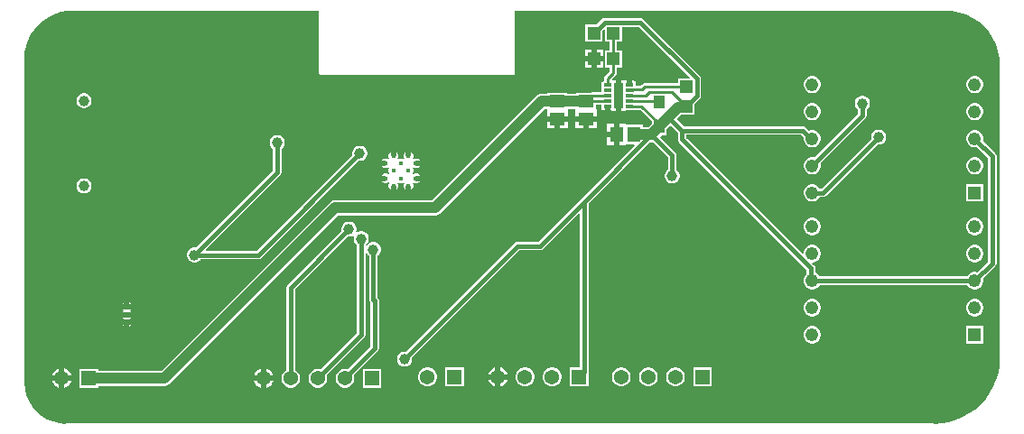
<source format=gbr>
G04*
G04 #@! TF.GenerationSoftware,Altium Limited,Altium Designer,24.7.2 (38)*
G04*
G04 Layer_Physical_Order=2*
G04 Layer_Color=16711680*
%FSLAX25Y25*%
%MOIN*%
G70*
G04*
G04 #@! TF.SameCoordinates,557B2C77-FFCE-42D9-A2FA-4134FEC932EB*
G04*
G04*
G04 #@! TF.FilePolarity,Positive*
G04*
G01*
G75*
%ADD23R,0.04724X0.04724*%
%ADD29R,0.04940X0.05733*%
%ADD30R,0.03937X0.04528*%
%ADD31R,0.05733X0.04940*%
G04:AMPARAMS|DCode=32|XSize=29.13mil|YSize=10.63mil|CornerRadius=0.37mil|HoleSize=0mil|Usage=FLASHONLY|Rotation=0.000|XOffset=0mil|YOffset=0mil|HoleType=Round|Shape=RoundedRectangle|*
%AMROUNDEDRECTD32*
21,1,0.02913,0.00989,0,0,0.0*
21,1,0.02839,0.01063,0,0,0.0*
1,1,0.00074,0.01420,-0.00494*
1,1,0.00074,-0.01420,-0.00494*
1,1,0.00074,-0.01420,0.00494*
1,1,0.00074,0.01420,0.00494*
%
%ADD32ROUNDEDRECTD32*%
%ADD36R,0.04724X0.04724*%
%ADD63R,0.03307X0.09449*%
%ADD65C,0.01500*%
%ADD66C,0.01000*%
%ADD68C,0.04000*%
%ADD69C,0.01575*%
%ADD70C,0.03937*%
%ADD71C,0.05394*%
%ADD72R,0.05394X0.05394*%
%ADD73R,0.04795X0.04795*%
%ADD74C,0.04795*%
%ADD75C,0.03543*%
G36*
X343000Y155810D02*
X343000Y155810D01*
X343349Y155808D01*
X345654Y155657D01*
X348262Y155139D01*
X350781Y154284D01*
X353166Y153108D01*
X355377Y151630D01*
X357377Y149876D01*
X359130Y147877D01*
X360608Y145666D01*
X361784Y143281D01*
X362638Y140762D01*
X363157Y138154D01*
X363308Y135849D01*
X363311Y135500D01*
X363311Y135500D01*
X363311Y135500D01*
Y27846D01*
X363311Y27845D01*
X363311Y27500D01*
X363306Y27152D01*
X363173Y24776D01*
X362716Y22087D01*
X361961Y19466D01*
X360917Y16945D01*
X359597Y14558D01*
X358019Y12333D01*
X356201Y10299D01*
X354167Y8481D01*
X351942Y6903D01*
X349555Y5583D01*
X347034Y4539D01*
X344413Y3784D01*
X341724Y3327D01*
X339083Y3179D01*
X339000Y3190D01*
X18500Y3190D01*
X18383Y3174D01*
X16101Y3354D01*
X13761Y3915D01*
X11538Y4836D01*
X9486Y6094D01*
X7656Y7656D01*
X6094Y9486D01*
X4836Y11538D01*
X3915Y13761D01*
X3354Y16101D01*
X3174Y18383D01*
X3190Y18500D01*
Y137667D01*
X3190Y138000D01*
X3190Y138000D01*
X3190Y138000D01*
X3190D01*
X3197Y138347D01*
X3326Y140327D01*
X3781Y142614D01*
X4531Y144822D01*
X5562Y146913D01*
X6858Y148852D01*
X8395Y150605D01*
X10148Y152142D01*
X12087Y153438D01*
X14178Y154469D01*
X16386Y155219D01*
X18673Y155674D01*
X20653Y155803D01*
X21000Y155810D01*
X21000Y155810D01*
X21000Y155810D01*
X111802D01*
Y132866D01*
X111864Y132554D01*
X112041Y132289D01*
X112306Y132113D01*
X112618Y132051D01*
X183484Y132051D01*
X183796Y132113D01*
X184061Y132289D01*
X184238Y132554D01*
X184300Y132866D01*
X184300Y155810D01*
X343000D01*
X343000Y155810D01*
D02*
G37*
%LPC*%
G36*
X216819Y141362D02*
X214457D01*
Y139000D01*
X216819D01*
Y141362D01*
D02*
G37*
G36*
X212457D02*
X210094D01*
Y139000D01*
X212457D01*
Y141362D01*
D02*
G37*
G36*
X216819Y137000D02*
X214457D01*
Y134638D01*
X216819D01*
Y137000D01*
D02*
G37*
G36*
X212457D02*
X210094D01*
Y134638D01*
X212457D01*
Y137000D01*
D02*
G37*
G36*
X230548Y152993D02*
X217369D01*
X216764Y152872D01*
X216251Y152530D01*
X214384Y150662D01*
X210295D01*
Y144338D01*
X216619D01*
Y148427D01*
X217058Y148866D01*
X217381Y148732D01*
Y144338D01*
X219218D01*
Y141162D01*
X217381D01*
Y134838D01*
X219218D01*
Y133374D01*
X217545Y131702D01*
X217258Y131272D01*
X217157Y130765D01*
Y129725D01*
X217063D01*
X216737Y129660D01*
X216460Y129475D01*
X216275Y129198D01*
X216210Y128872D01*
Y127883D01*
X216275Y127556D01*
X216384Y127393D01*
X216275Y127230D01*
X216210Y126903D01*
Y125914D01*
X216088Y125766D01*
X215306D01*
X214799Y125665D01*
X214621Y125546D01*
X212470D01*
X212342Y125521D01*
X206834D01*
Y125075D01*
X203666D01*
Y125521D01*
X196334D01*
Y125039D01*
X194215D01*
X193484Y124943D01*
X192803Y124661D01*
X192218Y124212D01*
X153830Y85824D01*
X118000D01*
X117269Y85728D01*
X116588Y85446D01*
X116003Y84997D01*
X53830Y22824D01*
X30497D01*
Y23497D01*
X23503D01*
Y16503D01*
X30497D01*
Y17176D01*
X55000D01*
X55731Y17272D01*
X56412Y17554D01*
X56997Y18003D01*
X119170Y80176D01*
X155000D01*
X155731Y80272D01*
X156412Y80554D01*
X156997Y81003D01*
X195385Y119391D01*
X195855D01*
X196133Y119219D01*
Y116749D01*
X200000D01*
X203867D01*
Y119219D01*
X204130Y119427D01*
X206370D01*
X206633Y119219D01*
Y116749D01*
X210500D01*
X214367D01*
Y119219D01*
X214166D01*
Y121146D01*
X215884D01*
X216006Y120998D01*
Y120009D01*
X216086Y119604D01*
X216315Y119261D01*
X216658Y119032D01*
X217063Y118951D01*
X217483D01*
Y120503D01*
X219483D01*
Y118951D01*
X219847D01*
Y118716D01*
X221500D01*
Y124440D01*
Y130165D01*
X220252D01*
X220107Y130515D01*
X221481Y131888D01*
X221768Y132318D01*
X221869Y132825D01*
Y134838D01*
X223706D01*
Y141162D01*
X221869D01*
Y144338D01*
X223706D01*
Y149832D01*
X229893D01*
X248696Y131029D01*
X248562Y130705D01*
X244338D01*
Y128869D01*
X232043D01*
X231536Y128768D01*
X231106Y128481D01*
X230497Y127871D01*
X229004D01*
X228994Y127883D01*
Y128872D01*
X228914Y129276D01*
X228685Y129619D01*
X228342Y129849D01*
X227937Y129929D01*
X227517D01*
Y128377D01*
X225517D01*
Y129929D01*
X225153D01*
Y130165D01*
X223500D01*
Y124440D01*
Y118716D01*
X225153D01*
Y119155D01*
X227937D01*
X228049Y119178D01*
X230428D01*
X234732Y114874D01*
Y114100D01*
X233456Y112824D01*
X231521D01*
Y113666D01*
X225219D01*
Y113866D01*
X222749D01*
Y110000D01*
Y106133D01*
X225219D01*
Y106333D01*
X228267D01*
X228401Y106010D01*
X208696Y86304D01*
X192752Y70361D01*
X185281D01*
X184676Y70241D01*
X184163Y69898D01*
X143998Y29733D01*
X143865Y29768D01*
X143135D01*
X142431Y29580D01*
X141800Y29215D01*
X141285Y28700D01*
X140920Y28069D01*
X140732Y27365D01*
Y26636D01*
X140920Y25931D01*
X141285Y25300D01*
X141800Y24785D01*
X142431Y24420D01*
X143135Y24231D01*
X143865D01*
X144569Y24420D01*
X145200Y24785D01*
X145715Y25300D01*
X146080Y25931D01*
X146268Y26636D01*
Y27365D01*
X146233Y27498D01*
X185936Y67201D01*
X193407D01*
X194012Y67321D01*
X194525Y67664D01*
X207909Y81048D01*
X208233Y80914D01*
Y23997D01*
X204503D01*
Y17003D01*
X211497D01*
Y23997D01*
X211393D01*
Y84532D01*
X234037Y107176D01*
X234626D01*
X235147Y107244D01*
X240675Y101716D01*
Y96951D01*
X240555Y96882D01*
X240040Y96366D01*
X239675Y95735D01*
X239487Y95031D01*
Y94302D01*
X239675Y93598D01*
X240040Y92967D01*
X240555Y92451D01*
X241186Y92087D01*
X241891Y91898D01*
X242619D01*
X243324Y92087D01*
X243955Y92451D01*
X244470Y92967D01*
X244835Y93598D01*
X245023Y94302D01*
Y95031D01*
X244835Y95735D01*
X244470Y96366D01*
X243955Y96882D01*
X243835Y96951D01*
Y102371D01*
X243715Y102976D01*
X243373Y103489D01*
X237740Y109121D01*
X238430Y109810D01*
X240268D01*
Y111881D01*
X241826Y113439D01*
X244420Y110845D01*
Y108196D01*
X244540Y107591D01*
X244882Y107078D01*
X291968Y59993D01*
Y58490D01*
X291441Y57963D01*
X291020Y57234D01*
X290802Y56421D01*
Y55579D01*
X291020Y54766D01*
X291441Y54037D01*
X292037Y53441D01*
X292766Y53020D01*
X293579Y52802D01*
X294421D01*
X295234Y53020D01*
X295963Y53441D01*
X296559Y54037D01*
X296780Y54420D01*
X351220D01*
X351441Y54037D01*
X352037Y53441D01*
X352766Y53020D01*
X353579Y52802D01*
X354421D01*
X355234Y53020D01*
X355963Y53441D01*
X356559Y54037D01*
X356980Y54766D01*
X357198Y55579D01*
Y56421D01*
X357083Y56848D01*
X361617Y61383D01*
X361960Y61895D01*
X362080Y62500D01*
Y102000D01*
X361960Y102605D01*
X361617Y103118D01*
X357083Y107652D01*
X357198Y108079D01*
Y108921D01*
X356980Y109734D01*
X356559Y110463D01*
X355963Y111059D01*
X355234Y111480D01*
X354421Y111698D01*
X353579D01*
X352766Y111480D01*
X352037Y111059D01*
X351441Y110463D01*
X351020Y109734D01*
X350802Y108921D01*
Y108079D01*
X351020Y107266D01*
X351441Y106537D01*
X352037Y105941D01*
X352766Y105520D01*
X353579Y105302D01*
X354421D01*
X354848Y105417D01*
X358920Y101345D01*
Y63155D01*
X354848Y59083D01*
X354421Y59198D01*
X353579D01*
X352766Y58980D01*
X352037Y58559D01*
X351441Y57963D01*
X351220Y57580D01*
X296780D01*
X296559Y57963D01*
X295963Y58559D01*
X295234Y58980D01*
X295129Y59008D01*
Y60648D01*
X295008Y61252D01*
X294666Y61765D01*
X293952Y62479D01*
X294086Y62802D01*
X294421D01*
X295234Y63020D01*
X295963Y63441D01*
X296559Y64037D01*
X296980Y64766D01*
X297198Y65579D01*
Y66421D01*
X296980Y67234D01*
X296559Y67963D01*
X295963Y68559D01*
X295234Y68980D01*
X294421Y69198D01*
X293579D01*
X292766Y68980D01*
X292037Y68559D01*
X291441Y67963D01*
X291020Y67234D01*
X290802Y66421D01*
Y66086D01*
X290479Y65952D01*
X247580Y108851D01*
Y109920D01*
X289773D01*
X290802Y108890D01*
Y108079D01*
X291020Y107266D01*
X291441Y106537D01*
X292037Y105941D01*
X292766Y105520D01*
X293579Y105302D01*
X294421D01*
X295234Y105520D01*
X295963Y105941D01*
X296559Y106537D01*
X296980Y107266D01*
X297198Y108079D01*
Y108921D01*
X296980Y109734D01*
X296559Y110463D01*
X295963Y111059D01*
X295234Y111480D01*
X294421Y111698D01*
X293579D01*
X292766Y111480D01*
X292713Y111449D01*
X291545Y112618D01*
X291032Y112960D01*
X290427Y113080D01*
X246655D01*
X244061Y115674D01*
X245658Y117270D01*
X247138D01*
X247321Y117295D01*
X250662D01*
Y121384D01*
X252530Y123251D01*
X252872Y123764D01*
X252993Y124369D01*
Y130548D01*
X252872Y131152D01*
X252530Y131665D01*
X231665Y152530D01*
X231152Y152872D01*
X230548Y152993D01*
D02*
G37*
G36*
X354421Y131698D02*
X353579D01*
X352766Y131480D01*
X352037Y131059D01*
X351441Y130463D01*
X351020Y129734D01*
X350802Y128921D01*
Y128079D01*
X351020Y127266D01*
X351441Y126537D01*
X352037Y125941D01*
X352766Y125520D01*
X353579Y125302D01*
X354421D01*
X355234Y125520D01*
X355963Y125941D01*
X356559Y126537D01*
X356980Y127266D01*
X357198Y128079D01*
Y128921D01*
X356980Y129734D01*
X356559Y130463D01*
X355963Y131059D01*
X355234Y131480D01*
X354421Y131698D01*
D02*
G37*
G36*
X294421D02*
X293579D01*
X292766Y131480D01*
X292037Y131059D01*
X291441Y130463D01*
X291020Y129734D01*
X290802Y128921D01*
Y128079D01*
X291020Y127266D01*
X291441Y126537D01*
X292037Y125941D01*
X292766Y125520D01*
X293579Y125302D01*
X294421D01*
X295234Y125520D01*
X295963Y125941D01*
X296559Y126537D01*
X296980Y127266D01*
X297198Y128079D01*
Y128921D01*
X296980Y129734D01*
X296559Y130463D01*
X295963Y131059D01*
X295234Y131480D01*
X294421Y131698D01*
D02*
G37*
G36*
X25569Y125257D02*
X24840D01*
X24136Y125068D01*
X23505Y124704D01*
X22989Y124188D01*
X22625Y123557D01*
X22436Y122853D01*
Y122124D01*
X22625Y121420D01*
X22989Y120788D01*
X23505Y120273D01*
X24136Y119908D01*
X24840Y119720D01*
X25569D01*
X26273Y119908D01*
X26905Y120273D01*
X27420Y120788D01*
X27785Y121420D01*
X27973Y122124D01*
Y122853D01*
X27785Y123557D01*
X27420Y124188D01*
X26905Y124704D01*
X26273Y125068D01*
X25569Y125257D01*
D02*
G37*
G36*
X354421Y121698D02*
X353579D01*
X352766Y121480D01*
X352037Y121059D01*
X351441Y120463D01*
X351020Y119734D01*
X350802Y118921D01*
Y118079D01*
X351020Y117266D01*
X351441Y116537D01*
X352037Y115941D01*
X352766Y115520D01*
X353579Y115302D01*
X354421D01*
X355234Y115520D01*
X355963Y115941D01*
X356559Y116537D01*
X356980Y117266D01*
X357198Y118079D01*
Y118921D01*
X356980Y119734D01*
X356559Y120463D01*
X355963Y121059D01*
X355234Y121480D01*
X354421Y121698D01*
D02*
G37*
G36*
X294421D02*
X293579D01*
X292766Y121480D01*
X292037Y121059D01*
X291441Y120463D01*
X291020Y119734D01*
X290802Y118921D01*
Y118079D01*
X291020Y117266D01*
X291441Y116537D01*
X292037Y115941D01*
X292766Y115520D01*
X293579Y115302D01*
X294421D01*
X295234Y115520D01*
X295963Y115941D01*
X296559Y116537D01*
X296980Y117266D01*
X297198Y118079D01*
Y118921D01*
X296980Y119734D01*
X296559Y120463D01*
X295963Y121059D01*
X295234Y121480D01*
X294421Y121698D01*
D02*
G37*
G36*
X214367Y114749D02*
X211500D01*
Y112279D01*
X214367D01*
Y114749D01*
D02*
G37*
G36*
X209500D02*
X206633D01*
Y112279D01*
X209500D01*
Y114749D01*
D02*
G37*
G36*
X203867D02*
X201000D01*
Y112279D01*
X203867D01*
Y114749D01*
D02*
G37*
G36*
X199000D02*
X196133D01*
Y112279D01*
X199000D01*
Y114749D01*
D02*
G37*
G36*
X220749Y113866D02*
X218279D01*
Y111000D01*
X220749D01*
Y113866D01*
D02*
G37*
G36*
X318864Y111768D02*
X318135D01*
X317431Y111580D01*
X316800Y111215D01*
X316285Y110700D01*
X315920Y110069D01*
X315732Y109364D01*
Y108635D01*
X315767Y108502D01*
X297345Y90080D01*
X296780D01*
X296559Y90463D01*
X295963Y91059D01*
X295234Y91480D01*
X294421Y91698D01*
X293579D01*
X292766Y91480D01*
X292037Y91059D01*
X291441Y90463D01*
X291020Y89734D01*
X290802Y88921D01*
Y88079D01*
X291020Y87266D01*
X291441Y86537D01*
X292037Y85941D01*
X292766Y85520D01*
X293579Y85302D01*
X294421D01*
X295234Y85520D01*
X295963Y85941D01*
X296559Y86537D01*
X296780Y86920D01*
X298000D01*
X298605Y87040D01*
X299117Y87383D01*
X318002Y106267D01*
X318135Y106231D01*
X318864D01*
X319569Y106420D01*
X320200Y106785D01*
X320715Y107300D01*
X321080Y107931D01*
X321269Y108635D01*
Y109364D01*
X321080Y110069D01*
X320715Y110700D01*
X320200Y111215D01*
X319569Y111580D01*
X318864Y111768D01*
D02*
G37*
G36*
X220749Y109000D02*
X218279D01*
Y106133D01*
X220749D01*
Y109000D01*
D02*
G37*
G36*
X140390Y103639D02*
Y102118D01*
X138390D01*
Y103639D01*
X138377Y103633D01*
X137874Y103131D01*
X137602Y102474D01*
Y101763D01*
X137861Y101139D01*
X137749Y101003D01*
X137613Y100891D01*
X136989Y101150D01*
X136278D01*
X135621Y100877D01*
X135119Y100375D01*
X135113Y100362D01*
X136634D01*
Y98362D01*
X135113D01*
X135119Y98350D01*
X135621Y97847D01*
X136278Y97575D01*
X136989D01*
X137613Y97833D01*
X137749Y97722D01*
X137861Y97586D01*
X137602Y96962D01*
Y96251D01*
X137861Y95627D01*
X137749Y95491D01*
X137613Y95379D01*
X136989Y95638D01*
X136278D01*
X135621Y95366D01*
X135119Y94863D01*
X135113Y94850D01*
X136634D01*
Y92850D01*
X135113D01*
X135119Y92838D01*
X135621Y92335D01*
X136278Y92063D01*
X136989D01*
X137613Y92321D01*
X137749Y92210D01*
X137861Y92074D01*
X137602Y91450D01*
Y90739D01*
X137874Y90082D01*
X138377Y89579D01*
X138390Y89574D01*
Y91094D01*
X140390D01*
Y89574D01*
X140402Y89579D01*
X140905Y90082D01*
X141177Y90739D01*
Y91450D01*
X140919Y92074D01*
X141030Y92210D01*
X141166Y92321D01*
X141790Y92063D01*
X142501D01*
X143125Y92321D01*
X143261Y92210D01*
X143373Y92074D01*
X143114Y91450D01*
Y90739D01*
X143386Y90082D01*
X143889Y89579D01*
X143902Y89574D01*
Y91094D01*
X145902D01*
Y89574D01*
X145914Y89579D01*
X146417Y90082D01*
X146689Y90739D01*
Y91450D01*
X146431Y92074D01*
X146542Y92210D01*
X146678Y92321D01*
X147302Y92063D01*
X148013D01*
X148670Y92335D01*
X149173Y92838D01*
X149178Y92850D01*
X147658D01*
Y94850D01*
X149178D01*
X149173Y94863D01*
X148670Y95366D01*
X148013Y95638D01*
X147302D01*
X146678Y95379D01*
X146542Y95491D01*
X146431Y95627D01*
X146689Y96251D01*
Y96962D01*
X146431Y97586D01*
X146542Y97722D01*
X146678Y97833D01*
X147302Y97575D01*
X148013D01*
X148670Y97847D01*
X149173Y98350D01*
X149178Y98362D01*
X147658D01*
Y100362D01*
X149178D01*
X149173Y100375D01*
X148670Y100877D01*
X148013Y101150D01*
X147302D01*
X146678Y100891D01*
X146542Y101003D01*
X146431Y101139D01*
X146689Y101763D01*
Y102474D01*
X146417Y103131D01*
X145914Y103633D01*
X145902Y103639D01*
Y102118D01*
X143902D01*
Y103639D01*
X143889Y103633D01*
X143386Y103131D01*
X143114Y102474D01*
Y101763D01*
X143373Y101139D01*
X143261Y101003D01*
X143125Y100891D01*
X142501Y101150D01*
X141790D01*
X141166Y100891D01*
X141030Y101003D01*
X140919Y101139D01*
X141177Y101763D01*
Y102474D01*
X140905Y103131D01*
X140402Y103633D01*
X140390Y103639D01*
D02*
G37*
G36*
X312864Y124268D02*
X312136D01*
X311431Y124080D01*
X310800Y123715D01*
X310285Y123200D01*
X309920Y122569D01*
X309732Y121864D01*
Y121135D01*
X309920Y120431D01*
X310285Y119800D01*
X310800Y119285D01*
X310920Y119216D01*
Y117655D01*
X294848Y101583D01*
X294421Y101698D01*
X293579D01*
X292766Y101480D01*
X292037Y101059D01*
X291441Y100463D01*
X291020Y99734D01*
X290802Y98921D01*
Y98079D01*
X291020Y97266D01*
X291441Y96537D01*
X292037Y95941D01*
X292766Y95520D01*
X293579Y95302D01*
X294421D01*
X295234Y95520D01*
X295963Y95941D01*
X296559Y96537D01*
X296980Y97266D01*
X297198Y98079D01*
Y98921D01*
X297083Y99348D01*
X313617Y115883D01*
X313960Y116395D01*
X314080Y117000D01*
Y119216D01*
X314200Y119285D01*
X314715Y119800D01*
X315080Y120431D01*
X315268Y121135D01*
Y121864D01*
X315080Y122569D01*
X314715Y123200D01*
X314200Y123715D01*
X313569Y124080D01*
X312864Y124268D01*
D02*
G37*
G36*
X96864Y109768D02*
X96135D01*
X95431Y109580D01*
X94800Y109215D01*
X94285Y108700D01*
X93920Y108069D01*
X93731Y107364D01*
Y106635D01*
X93920Y105931D01*
X94285Y105300D01*
X94800Y104785D01*
X94920Y104716D01*
Y96655D01*
X66498Y68233D01*
X66365Y68269D01*
X65636D01*
X64931Y68080D01*
X64300Y67715D01*
X63785Y67200D01*
X63420Y66569D01*
X63231Y65864D01*
Y65136D01*
X63420Y64431D01*
X63785Y63800D01*
X64300Y63285D01*
X64931Y62920D01*
X65636Y62731D01*
X66365D01*
X67069Y62920D01*
X67700Y63285D01*
X68215Y63800D01*
X68284Y63920D01*
X89500D01*
X90105Y64040D01*
X90618Y64382D01*
X126502Y100267D01*
X126636Y100232D01*
X127365D01*
X128069Y100420D01*
X128700Y100785D01*
X129215Y101300D01*
X129580Y101931D01*
X129769Y102636D01*
Y103365D01*
X129580Y104069D01*
X129215Y104700D01*
X128700Y105215D01*
X128069Y105580D01*
X127365Y105769D01*
X126636D01*
X125931Y105580D01*
X125300Y105215D01*
X124785Y104700D01*
X124420Y104069D01*
X124232Y103365D01*
Y102636D01*
X124267Y102502D01*
X88845Y67080D01*
X70273D01*
X70139Y67404D01*
X97618Y94883D01*
X97960Y95395D01*
X98080Y96000D01*
Y104716D01*
X98200Y104785D01*
X98715Y105300D01*
X99080Y105931D01*
X99269Y106635D01*
Y107364D01*
X99080Y108069D01*
X98715Y108700D01*
X98200Y109215D01*
X97569Y109580D01*
X96864Y109768D01*
D02*
G37*
G36*
X354421Y101698D02*
X353579D01*
X352766Y101480D01*
X352037Y101059D01*
X351441Y100463D01*
X351020Y99734D01*
X350802Y98921D01*
Y98079D01*
X351020Y97266D01*
X351441Y96537D01*
X352037Y95941D01*
X352766Y95520D01*
X353579Y95302D01*
X354421D01*
X355234Y95520D01*
X355963Y95941D01*
X356559Y96537D01*
X356980Y97266D01*
X357198Y98079D01*
Y98921D01*
X356980Y99734D01*
X356559Y100463D01*
X355963Y101059D01*
X355234Y101480D01*
X354421Y101698D01*
D02*
G37*
G36*
X25569Y93761D02*
X24840D01*
X24136Y93572D01*
X23505Y93208D01*
X22989Y92692D01*
X22625Y92061D01*
X22436Y91357D01*
Y90628D01*
X22625Y89924D01*
X22989Y89292D01*
X23505Y88777D01*
X24136Y88412D01*
X24840Y88224D01*
X25569D01*
X26273Y88412D01*
X26905Y88777D01*
X27420Y89292D01*
X27785Y89924D01*
X27973Y90628D01*
Y91357D01*
X27785Y92061D01*
X27420Y92692D01*
X26905Y93208D01*
X26273Y93572D01*
X25569Y93761D01*
D02*
G37*
G36*
X357198Y91698D02*
X350802D01*
Y85302D01*
X357198D01*
Y91698D01*
D02*
G37*
G36*
X354421Y79198D02*
X353579D01*
X352766Y78980D01*
X352037Y78559D01*
X351441Y77963D01*
X351020Y77234D01*
X350802Y76421D01*
Y75579D01*
X351020Y74766D01*
X351441Y74037D01*
X352037Y73441D01*
X352766Y73020D01*
X353579Y72802D01*
X354421D01*
X355234Y73020D01*
X355963Y73441D01*
X356559Y74037D01*
X356980Y74766D01*
X357198Y75579D01*
Y76421D01*
X356980Y77234D01*
X356559Y77963D01*
X355963Y78559D01*
X355234Y78980D01*
X354421Y79198D01*
D02*
G37*
G36*
X294421D02*
X293579D01*
X292766Y78980D01*
X292037Y78559D01*
X291441Y77963D01*
X291020Y77234D01*
X290802Y76421D01*
Y75579D01*
X291020Y74766D01*
X291441Y74037D01*
X292037Y73441D01*
X292766Y73020D01*
X293579Y72802D01*
X294421D01*
X295234Y73020D01*
X295963Y73441D01*
X296559Y74037D01*
X296980Y74766D01*
X297198Y75579D01*
Y76421D01*
X296980Y77234D01*
X296559Y77963D01*
X295963Y78559D01*
X295234Y78980D01*
X294421Y79198D01*
D02*
G37*
G36*
X354421Y69198D02*
X353579D01*
X352766Y68980D01*
X352037Y68559D01*
X351441Y67963D01*
X351020Y67234D01*
X350802Y66421D01*
Y65579D01*
X351020Y64766D01*
X351441Y64037D01*
X352037Y63441D01*
X352766Y63020D01*
X353579Y62802D01*
X354421D01*
X355234Y63020D01*
X355963Y63441D01*
X356559Y64037D01*
X356980Y64766D01*
X357198Y65579D01*
Y66421D01*
X356980Y67234D01*
X356559Y67963D01*
X355963Y68559D01*
X355234Y68980D01*
X354421Y69198D01*
D02*
G37*
G36*
X42000Y47961D02*
Y47440D01*
X42520D01*
X42515Y47453D01*
X42013Y47956D01*
X42000Y47961D01*
D02*
G37*
G36*
X40000D02*
X39987Y47956D01*
X39485Y47453D01*
X39480Y47440D01*
X40000D01*
Y47961D01*
D02*
G37*
G36*
X42520Y45440D02*
X39480D01*
X39485Y45428D01*
X39942Y44970D01*
X39485Y44513D01*
X39480Y44500D01*
X42520D01*
X42515Y44513D01*
X42058Y44970D01*
X42515Y45428D01*
X42520Y45440D01*
D02*
G37*
G36*
X354421Y49198D02*
X353579D01*
X352766Y48980D01*
X352037Y48559D01*
X351441Y47963D01*
X351020Y47234D01*
X350802Y46421D01*
Y45579D01*
X351020Y44766D01*
X351441Y44037D01*
X352037Y43441D01*
X352766Y43020D01*
X353579Y42802D01*
X354421D01*
X355234Y43020D01*
X355963Y43441D01*
X356559Y44037D01*
X356980Y44766D01*
X357198Y45579D01*
Y46421D01*
X356980Y47234D01*
X356559Y47963D01*
X355963Y48559D01*
X355234Y48980D01*
X354421Y49198D01*
D02*
G37*
G36*
X294421D02*
X293579D01*
X292766Y48980D01*
X292037Y48559D01*
X291441Y47963D01*
X291020Y47234D01*
X290802Y46421D01*
Y45579D01*
X291020Y44766D01*
X291441Y44037D01*
X292037Y43441D01*
X292766Y43020D01*
X293579Y42802D01*
X294421D01*
X295234Y43020D01*
X295963Y43441D01*
X296559Y44037D01*
X296980Y44766D01*
X297198Y45579D01*
Y46421D01*
X296980Y47234D01*
X296559Y47963D01*
X295963Y48559D01*
X295234Y48980D01*
X294421Y49198D01*
D02*
G37*
G36*
X42520Y42500D02*
X39480D01*
X39485Y42487D01*
X39942Y42030D01*
X39485Y41572D01*
X39480Y41560D01*
X42520D01*
X42515Y41572D01*
X42058Y42030D01*
X42515Y42487D01*
X42520Y42500D01*
D02*
G37*
G36*
Y39560D02*
X42000D01*
Y39039D01*
X42013Y39044D01*
X42515Y39547D01*
X42520Y39560D01*
D02*
G37*
G36*
X40000D02*
X39480D01*
X39485Y39547D01*
X39987Y39044D01*
X40000Y39039D01*
Y39560D01*
D02*
G37*
G36*
X357198Y39198D02*
X350802D01*
Y32802D01*
X357198D01*
Y39198D01*
D02*
G37*
G36*
X294421D02*
X293579D01*
X292766Y38980D01*
X292037Y38559D01*
X291441Y37963D01*
X291020Y37234D01*
X290802Y36421D01*
Y35579D01*
X291020Y34766D01*
X291441Y34037D01*
X292037Y33441D01*
X292766Y33020D01*
X293579Y32802D01*
X294421D01*
X295234Y33020D01*
X295963Y33441D01*
X296559Y34037D01*
X296980Y34766D01*
X297198Y35579D01*
Y36421D01*
X296980Y37234D01*
X296559Y37963D01*
X295963Y38559D01*
X295234Y38980D01*
X294421Y39198D01*
D02*
G37*
G36*
X123364Y77768D02*
X122635D01*
X121931Y77580D01*
X121300Y77215D01*
X120785Y76700D01*
X120420Y76069D01*
X120231Y75365D01*
Y74635D01*
X120267Y74502D01*
X100382Y54618D01*
X100040Y54105D01*
X99920Y53500D01*
Y23125D01*
X99353Y22798D01*
X98702Y22147D01*
X98242Y21350D01*
X98003Y20460D01*
Y19540D01*
X98242Y18650D01*
X98702Y17853D01*
X99353Y17202D01*
X100150Y16741D01*
X101040Y16503D01*
X101960D01*
X102850Y16741D01*
X103647Y17202D01*
X104298Y17853D01*
X104759Y18650D01*
X104997Y19540D01*
Y20460D01*
X104759Y21350D01*
X104298Y22147D01*
X103647Y22798D01*
X103080Y23125D01*
Y52845D01*
X122502Y72267D01*
X122635Y72232D01*
X123364D01*
X124069Y72420D01*
X124616Y72736D01*
X124787Y72642D01*
X124888Y72545D01*
X124907Y72521D01*
X124732Y71864D01*
Y71135D01*
X124920Y70431D01*
X125285Y69800D01*
X125800Y69285D01*
X125920Y69216D01*
Y36655D01*
X112592Y23327D01*
X111960Y23497D01*
X111040D01*
X110150Y23258D01*
X109353Y22798D01*
X108702Y22147D01*
X108241Y21350D01*
X108003Y20460D01*
Y19540D01*
X108241Y18650D01*
X108702Y17853D01*
X109353Y17202D01*
X110150Y16741D01*
X111040Y16503D01*
X111960D01*
X112850Y16741D01*
X113647Y17202D01*
X114298Y17853D01*
X114759Y18650D01*
X114997Y19540D01*
Y20460D01*
X114828Y21092D01*
X128618Y34883D01*
X128960Y35395D01*
X129080Y36000D01*
Y66347D01*
X129420Y66431D01*
X129785Y65800D01*
X130300Y65285D01*
X130420Y65216D01*
Y49170D01*
X130540Y48566D01*
X130883Y48053D01*
X130920Y48016D01*
Y31655D01*
X122592Y23327D01*
X121960Y23497D01*
X121040D01*
X120150Y23258D01*
X119353Y22798D01*
X118702Y22147D01*
X118242Y21350D01*
X118003Y20460D01*
Y19540D01*
X118242Y18650D01*
X118702Y17853D01*
X119353Y17202D01*
X120150Y16741D01*
X121040Y16503D01*
X121960D01*
X122850Y16741D01*
X123647Y17202D01*
X124298Y17853D01*
X124759Y18650D01*
X124997Y19540D01*
Y20460D01*
X124828Y21092D01*
X133617Y29882D01*
X133960Y30395D01*
X134080Y31000D01*
Y48670D01*
X133960Y49275D01*
X133617Y49788D01*
X133580Y49825D01*
Y65216D01*
X133700Y65285D01*
X134215Y65800D01*
X134580Y66431D01*
X134768Y67136D01*
Y67865D01*
X134580Y68569D01*
X134215Y69200D01*
X133700Y69715D01*
X133069Y70080D01*
X132364Y70268D01*
X131635D01*
X130931Y70080D01*
X130300Y69715D01*
X129785Y69200D01*
X129420Y68569D01*
X129080Y68653D01*
Y69216D01*
X129200Y69285D01*
X129715Y69800D01*
X130080Y70431D01*
X130269Y71135D01*
Y71864D01*
X130080Y72569D01*
X129715Y73200D01*
X129200Y73715D01*
X128569Y74080D01*
X127865Y74269D01*
X127136D01*
X126431Y74080D01*
X125884Y73764D01*
X125713Y73858D01*
X125612Y73954D01*
X125593Y73979D01*
X125768Y74635D01*
Y75365D01*
X125580Y76069D01*
X125215Y76700D01*
X124700Y77215D01*
X124069Y77580D01*
X123364Y77768D01*
D02*
G37*
G36*
X179000Y24059D02*
Y21500D01*
X181559D01*
X181445Y21927D01*
X180958Y22770D01*
X180270Y23458D01*
X179427Y23945D01*
X179000Y24059D01*
D02*
G37*
G36*
X177000D02*
X176573Y23945D01*
X175730Y23458D01*
X175042Y22770D01*
X174555Y21927D01*
X174441Y21500D01*
X177000D01*
Y24059D01*
D02*
G37*
G36*
X92500Y23559D02*
Y21000D01*
X95059D01*
X94945Y21427D01*
X94458Y22270D01*
X93770Y22958D01*
X92927Y23445D01*
X92500Y23559D01*
D02*
G37*
G36*
X90500D02*
X90073Y23445D01*
X89230Y22958D01*
X88542Y22270D01*
X88055Y21427D01*
X87941Y21000D01*
X90500D01*
Y23559D01*
D02*
G37*
G36*
X18000D02*
Y21000D01*
X20559D01*
X20445Y21427D01*
X19958Y22270D01*
X19270Y22958D01*
X18427Y23445D01*
X18000Y23559D01*
D02*
G37*
G36*
X16000D02*
X15573Y23445D01*
X14730Y22958D01*
X14042Y22270D01*
X13555Y21427D01*
X13441Y21000D01*
X16000D01*
Y23559D01*
D02*
G37*
G36*
X256997Y23997D02*
X250003D01*
Y17003D01*
X256997D01*
Y23997D01*
D02*
G37*
G36*
X243960D02*
X243040D01*
X242150Y23758D01*
X241353Y23298D01*
X240702Y22647D01*
X240242Y21850D01*
X240003Y20960D01*
Y20040D01*
X240242Y19150D01*
X240702Y18353D01*
X241353Y17702D01*
X242150Y17242D01*
X243040Y17003D01*
X243960D01*
X244850Y17242D01*
X245647Y17702D01*
X246298Y18353D01*
X246759Y19150D01*
X246997Y20040D01*
Y20960D01*
X246759Y21850D01*
X246298Y22647D01*
X245647Y23298D01*
X244850Y23758D01*
X243960Y23997D01*
D02*
G37*
G36*
X233960D02*
X233040D01*
X232150Y23758D01*
X231353Y23298D01*
X230702Y22647D01*
X230241Y21850D01*
X230003Y20960D01*
Y20040D01*
X230241Y19150D01*
X230702Y18353D01*
X231353Y17702D01*
X232150Y17242D01*
X233040Y17003D01*
X233960D01*
X234850Y17242D01*
X235647Y17702D01*
X236298Y18353D01*
X236758Y19150D01*
X236997Y20040D01*
Y20960D01*
X236758Y21850D01*
X236298Y22647D01*
X235647Y23298D01*
X234850Y23758D01*
X233960Y23997D01*
D02*
G37*
G36*
X223960D02*
X223040D01*
X222150Y23758D01*
X221353Y23298D01*
X220702Y22647D01*
X220241Y21850D01*
X220003Y20960D01*
Y20040D01*
X220241Y19150D01*
X220702Y18353D01*
X221353Y17702D01*
X222150Y17242D01*
X223040Y17003D01*
X223960D01*
X224850Y17242D01*
X225647Y17702D01*
X226298Y18353D01*
X226759Y19150D01*
X226997Y20040D01*
Y20960D01*
X226759Y21850D01*
X226298Y22647D01*
X225647Y23298D01*
X224850Y23758D01*
X223960Y23997D01*
D02*
G37*
G36*
X198460D02*
X197540D01*
X196650Y23758D01*
X195853Y23298D01*
X195202Y22647D01*
X194741Y21850D01*
X194503Y20960D01*
Y20040D01*
X194741Y19150D01*
X195202Y18353D01*
X195853Y17702D01*
X196650Y17242D01*
X197540Y17003D01*
X198460D01*
X199350Y17242D01*
X200147Y17702D01*
X200798Y18353D01*
X201258Y19150D01*
X201497Y20040D01*
Y20960D01*
X201258Y21850D01*
X200798Y22647D01*
X200147Y23298D01*
X199350Y23758D01*
X198460Y23997D01*
D02*
G37*
G36*
X188460D02*
X187540D01*
X186650Y23758D01*
X185853Y23298D01*
X185202Y22647D01*
X184741Y21850D01*
X184503Y20960D01*
Y20040D01*
X184741Y19150D01*
X185202Y18353D01*
X185853Y17702D01*
X186650Y17242D01*
X187540Y17003D01*
X188460D01*
X189350Y17242D01*
X190147Y17702D01*
X190798Y18353D01*
X191259Y19150D01*
X191497Y20040D01*
Y20960D01*
X191259Y21850D01*
X190798Y22647D01*
X190147Y23298D01*
X189350Y23758D01*
X188460Y23997D01*
D02*
G37*
G36*
X165497D02*
X158503D01*
Y17003D01*
X165497D01*
Y23997D01*
D02*
G37*
G36*
X152460D02*
X151540D01*
X150650Y23758D01*
X149853Y23298D01*
X149202Y22647D01*
X148741Y21850D01*
X148503Y20960D01*
Y20040D01*
X148741Y19150D01*
X149202Y18353D01*
X149853Y17702D01*
X150650Y17242D01*
X151540Y17003D01*
X152460D01*
X153350Y17242D01*
X154147Y17702D01*
X154798Y18353D01*
X155259Y19150D01*
X155497Y20040D01*
Y20960D01*
X155259Y21850D01*
X154798Y22647D01*
X154147Y23298D01*
X153350Y23758D01*
X152460Y23997D01*
D02*
G37*
G36*
X181559Y19500D02*
X179000D01*
Y16941D01*
X179427Y17055D01*
X180270Y17542D01*
X180958Y18230D01*
X181445Y19073D01*
X181559Y19500D01*
D02*
G37*
G36*
X177000D02*
X174441D01*
X174555Y19073D01*
X175042Y18230D01*
X175730Y17542D01*
X176573Y17055D01*
X177000Y16941D01*
Y19500D01*
D02*
G37*
G36*
X134997Y23497D02*
X128003D01*
Y16503D01*
X134997D01*
Y23497D01*
D02*
G37*
G36*
X95059Y19000D02*
X92500D01*
Y16441D01*
X92927Y16555D01*
X93770Y17042D01*
X94458Y17730D01*
X94945Y18573D01*
X95059Y19000D01*
D02*
G37*
G36*
X90500D02*
X87941D01*
X88055Y18573D01*
X88542Y17730D01*
X89230Y17042D01*
X90073Y16555D01*
X90500Y16441D01*
Y19000D01*
D02*
G37*
G36*
X20559D02*
X18000D01*
Y16441D01*
X18427Y16555D01*
X19270Y17042D01*
X19958Y17730D01*
X20445Y18573D01*
X20559Y19000D01*
D02*
G37*
G36*
X16000D02*
X13441D01*
X13555Y18573D01*
X14042Y17730D01*
X14730Y17042D01*
X15573Y16555D01*
X16000Y16441D01*
Y19000D01*
D02*
G37*
%LPD*%
D23*
X247500Y127543D02*
D03*
Y120457D02*
D03*
D29*
X221749Y110000D02*
D03*
X228251D02*
D03*
D30*
X237500Y122126D02*
D03*
Y112874D02*
D03*
D31*
X210500Y115749D02*
D03*
Y122251D02*
D03*
X200000Y115749D02*
D03*
Y122251D02*
D03*
D32*
X218483Y120503D02*
D03*
Y122472D02*
D03*
Y124440D02*
D03*
Y126409D02*
D03*
Y128377D02*
D03*
X226517D02*
D03*
Y126409D02*
D03*
Y124440D02*
D03*
Y122472D02*
D03*
Y120503D02*
D03*
D36*
X213457Y138000D02*
D03*
X220543D02*
D03*
Y147500D02*
D03*
X213457D02*
D03*
D63*
X222500Y124440D02*
D03*
D65*
X209813Y85187D02*
X234626Y110000D01*
X312500Y117000D02*
Y121500D01*
X294000Y56000D02*
X354000D01*
X193407Y68781D02*
X209813Y85187D01*
Y22313D02*
Y85187D01*
X208000Y20500D02*
X209813Y22313D01*
X360500Y62500D02*
Y102000D01*
X354000Y56000D02*
X360500Y62500D01*
X354000Y108500D02*
X360500Y102000D01*
X293548Y56452D02*
Y60648D01*
X246000Y108196D02*
Y111500D01*
X293548Y56452D02*
X294000Y56000D01*
X246000Y108196D02*
X293548Y60648D01*
X290427Y111500D02*
X293427Y108500D01*
X246000Y111500D02*
X290427D01*
X293427Y108500D02*
X294000D01*
X241000Y116500D02*
X246000Y111500D01*
X251412Y124369D02*
Y130548D01*
X230548Y151412D02*
X251412Y130548D01*
X217369Y151412D02*
X230548D01*
X213457Y147500D02*
X217369Y151412D01*
X247500Y120457D02*
X251412Y124369D01*
X234626Y110000D02*
X242255Y102371D01*
Y94666D02*
Y102371D01*
X185281Y68781D02*
X193407D01*
X143500Y27000D02*
X185281Y68781D01*
X101500Y20000D02*
Y53500D01*
X123000Y75000D01*
X96500Y96000D02*
Y107000D01*
X66000Y65500D02*
X96500Y96000D01*
X89500Y65500D02*
X127000Y103000D01*
X66000Y65500D02*
X89500D01*
X132000Y49170D02*
Y67500D01*
X132500Y31000D02*
Y48670D01*
X132000Y49170D02*
X132500Y48670D01*
X121500Y20000D02*
X132500Y31000D01*
X111500Y20000D02*
X127500Y36000D01*
Y71500D01*
X294000Y88500D02*
X298000D01*
X318500Y109000D01*
X294000Y98500D02*
X312500Y117000D01*
D66*
X226517Y122472D02*
X237154D01*
X237500Y122126D01*
X218483Y130765D02*
X220543Y132825D01*
Y138000D01*
X218483Y128377D02*
Y130765D01*
X226517Y124440D02*
X232440D01*
X233690Y125690D01*
X227914Y126546D02*
X231046D01*
X226549Y126440D02*
X227808D01*
X231046Y126546D02*
X232043Y127543D01*
X226517Y126409D02*
X226549Y126440D01*
X232043Y127543D02*
X247500D01*
X227808Y126440D02*
X227914Y126546D01*
X230977Y120503D02*
X236427Y115053D01*
X226517Y120503D02*
X230977D01*
X210721Y122472D02*
X212470Y124221D01*
X210721Y122472D02*
X218483D01*
X210500Y122251D02*
X210721Y122472D01*
X212470Y124221D02*
X215087D01*
X215306Y124440D01*
X218483D01*
X236427Y115053D02*
X239447D01*
X220543Y138000D02*
Y147500D01*
X233690Y125690D02*
X242267D01*
X247500Y120457D01*
X237405Y122031D02*
X237500Y122126D01*
D68*
X155000Y83000D02*
X194215Y122215D01*
X199964D01*
X118000Y83000D02*
X155000D01*
X199964Y122215D02*
X200000Y122251D01*
X210500D01*
X239447Y115053D02*
X244488Y120095D01*
X237500Y113106D02*
X239447Y115053D01*
X244488Y120095D02*
X247138D01*
X247500Y120457D01*
X237500Y112874D02*
Y113106D01*
X234626Y110000D02*
X237500Y112874D01*
X229000Y110000D02*
X234626D01*
X55000Y20000D02*
X118000Y83000D01*
X27000Y20000D02*
X55000D01*
D69*
X144902Y91094D02*
D03*
X139390Y91094D02*
D03*
X144902Y96606D02*
D03*
X139390Y96606D02*
D03*
X144902Y102118D02*
D03*
X139390Y102118D02*
D03*
X147658Y93850D02*
D03*
X142146D02*
D03*
X136634Y93850D02*
D03*
X147658Y99362D02*
D03*
X136634Y99362D02*
D03*
X142146Y99362D02*
D03*
X41000Y46440D02*
D03*
X222500Y121500D02*
D03*
Y124440D02*
D03*
Y127380D02*
D03*
X41000Y43500D02*
D03*
Y40560D02*
D03*
D70*
X25205Y122488D02*
D03*
Y90992D02*
D03*
X312500Y121500D02*
D03*
X242255Y94666D02*
D03*
X143500Y27000D02*
D03*
X96500Y107000D02*
D03*
X66000Y65500D02*
D03*
X127000Y103000D02*
D03*
X132000Y67500D02*
D03*
X127500Y71500D02*
D03*
X123000Y75000D02*
D03*
X318500Y109000D02*
D03*
D71*
X178000Y20500D02*
D03*
X188000D02*
D03*
X198000D02*
D03*
X17000Y20000D02*
D03*
X152000Y20500D02*
D03*
X91500Y20000D02*
D03*
X101500D02*
D03*
X111500D02*
D03*
X121500D02*
D03*
X223500Y20500D02*
D03*
X233500D02*
D03*
X243500D02*
D03*
D72*
X208000D02*
D03*
X27000Y20000D02*
D03*
X162000Y20500D02*
D03*
X131500Y20000D02*
D03*
X253500Y20500D02*
D03*
D73*
X354000Y36000D02*
D03*
Y88500D02*
D03*
D74*
Y46000D02*
D03*
Y56000D02*
D03*
Y66000D02*
D03*
Y76000D02*
D03*
X294000D02*
D03*
Y66000D02*
D03*
Y56000D02*
D03*
Y46000D02*
D03*
Y36000D02*
D03*
X354000Y98500D02*
D03*
Y108500D02*
D03*
Y118500D02*
D03*
Y128500D02*
D03*
X294000D02*
D03*
Y118500D02*
D03*
Y108500D02*
D03*
Y98500D02*
D03*
Y88500D02*
D03*
D75*
X56000Y83500D02*
D03*
X43500Y99000D02*
D03*
X44000Y117000D02*
D03*
X143500Y123000D02*
D03*
X166500Y124000D02*
D03*
X166000Y74500D02*
D03*
X244000Y35000D02*
D03*
X215500Y43000D02*
D03*
X190000Y39500D02*
D03*
X122500Y39000D02*
D03*
X224500Y90000D02*
D03*
X205000Y58000D02*
D03*
X167000Y42500D02*
D03*
X121500Y126000D02*
D03*
X75000Y51500D02*
D03*
M02*

</source>
